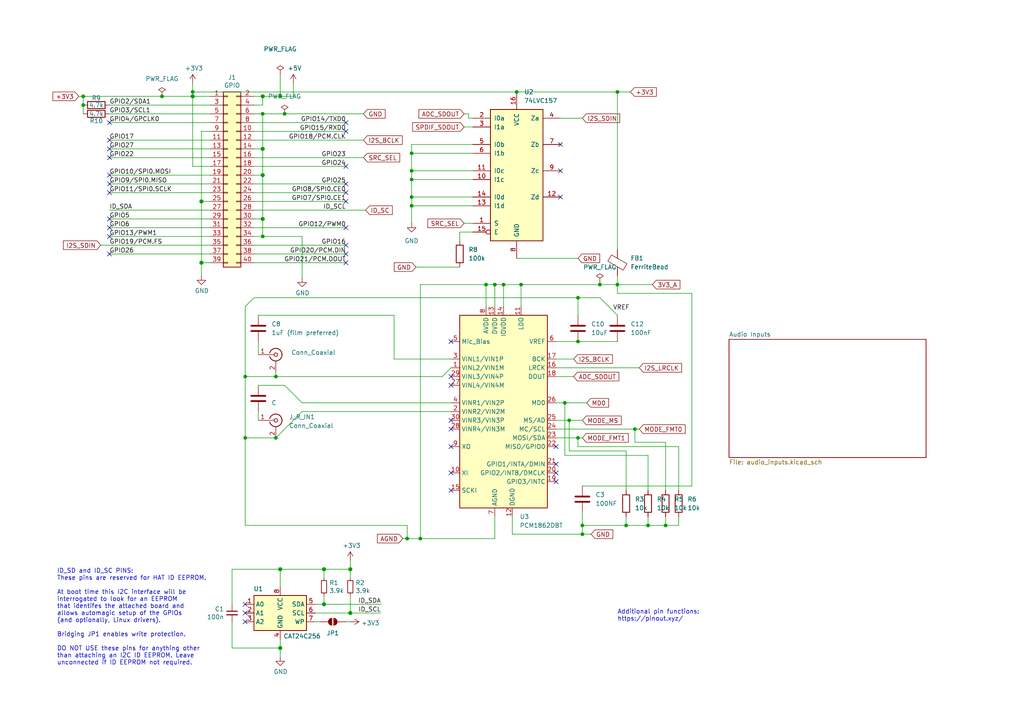
<source format=kicad_sch>
(kicad_sch (version 20250114) (generator "eeschema") (generator_version "9.0")
  (paper "A4")
  (title_block (date "15 nov 2012"))
  (lib_symbols
    (symbol "74xx:74LS157" (pin_names (offset 1.016))
      (property "Reference" "U" (at -7.62 19.05 0))
      (property "Value" "74LS157" (at -7.62 -21.59 0))
      (symbol "74LS157_1_0"
        (pin input line (at -12.7 15.24 0) (length 5.08) (name "I0a") (number "2"))
        (pin input line (at -12.7 12.7 0) (length 5.08) (name "I1a") (number "3"))
        (pin input line (at -12.7 7.62 0) (length 5.08) (name "I0b") (number "5"))
        (pin input line (at -12.7 5.08 0) (length 5.08) (name "I1b") (number "6"))
        (pin input line (at -12.7 0 0) (length 5.08) (name "I0c") (number "11"))
        (pin input line (at -12.7 -2.54 0) (length 5.08) (name "I1c") (number "10"))
        (pin input line (at -12.7 -7.62 0) (length 5.08) (name "I0d") (number "14"))
        (pin input line (at -12.7 -10.16 0) (length 5.08) (name "I1d") (number "13"))
        (pin input line (at -12.7 -15.24 0) (length 5.08) (name "S") (number "1"))
        (pin input inverted (at -12.7 -17.78 0) (length 5.08) (name "E") (number "15"))
        (pin power_in line (at 0 22.86 270) (length 5.08) (name "VCC") (number "16"))
        (pin power_in line (at 0 -25.4 90) (length 5.08) (name "GND") (number "8"))
        (pin output line (at 12.7 15.24 180) (length 5.08) (name "Za") (number "4"))
        (pin output line (at 12.7 7.62 180) (length 5.08) (name "Zb") (number "7"))
        (pin output line (at 12.7 0 180) (length 5.08) (name "Zc") (number "9"))
        (pin output line (at 12.7 -7.62 180) (length 5.08) (name "Zd") (number "12"))
      )
      (symbol "74LS157_1_1"
        (rectangle (start -7.62 17.78) (end 7.62 -20.32) (stroke (width 0.254)) (fill (type background)))
      )
    )
    (symbol "Audio:PCM1862DBT"
      (property "Reference" "U" (at -12.192 29.464 0))
      (property "Value" "PCM1862DBT" (at 7.62 29.464 0))
      (symbol "PCM1862DBT_0_0"
        (pin input line (at -15.24 10.16 0) (length 2.54) (name "VINL3/VIN4P") (number "29"))
        (pin input line (at -15.24 7.62 0) (length 2.54) (name "VINL4/VIN4M") (number "27"))
        (pin input line (at -15.24 -2.54 0) (length 2.54) (name "VINR3/VIN3P") (number "30"))
        (pin input line (at -15.24 -5.08 0) (length 2.54) (name "VINR4/VIN3M") (number "28"))
        (pin input line (at 15.24 2.54 180) (length 2.54) (name "MD0") (number "26"))
        (pin input line (at 15.24 -2.54 180) (length 2.54) (name "MS/AD") (number "25"))
      )
      (symbol "PCM1862DBT_0_1"
        (rectangle (start -12.7 27.94) (end 12.7 -27.94) (stroke (width 0.254)) (fill (type background)))
      )
      (symbol "PCM1862DBT_1_1"
        (pin power_out line (at -15.24 20.32 0) (length 2.54) (name "Mic_Bias") (number "5"))
        (pin input line (at -15.24 15.24 0) (length 2.54) (name "VINL1/VIN1P") (number "3"))
        (pin input line (at -15.24 12.7 0) (length 2.54) (name "VINL2/VIN1M") (number "1"))
        (pin input line (at -15.24 2.54 0) (length 2.54) (name "VINR1/VIN2P") (number "4"))
        (pin input line (at -15.24 0 0) (length 2.54) (name "VINR2/VIN2M") (number "2"))
        (pin output line (at -15.24 -10.16 0) (length 2.54) (name "XO") (number "9"))
        (pin input line (at -15.24 -17.78 0) (length 2.54) (name "XI") (number "10"))
        (pin input line (at -15.24 -22.86 0) (length 2.54) (name "SCKI") (number "15"))
        (pin power_in line (at -5.08 30.48 270) (length 2.54) (name "AVDD") (number "8"))
        (pin power_in line (at -2.54 30.48 270) (length 2.54) (name "DVDD") (number "13"))
        (pin power_in line (at -2.54 -30.48 90) (length 2.54) (name "AGND") (number "7"))
        (pin power_in line (at 0 30.48 270) (length 2.54) (name "IOVDD") (number "14"))
        (pin power_in line (at 2.54 -30.48 90) (length 2.54) (name "DGND") (number "12"))
        (pin power_in line (at 5.08 30.48 270) (length 2.54) (name "LDO") (number "11"))
        (pin power_out line (at 15.24 20.32 180) (length 2.54) (name "VREF") (number "6"))
        (pin bidirectional line (at 15.24 15.24 180) (length 2.54) (name "BCK") (number "17"))
        (pin bidirectional line (at 15.24 12.7 180) (length 2.54) (name "LRCK") (number "16"))
        (pin output line (at 15.24 10.16 180) (length 2.54) (name "DOUT") (number "18"))
        (pin input line (at 15.24 -5.08 180) (length 2.54) (name "MC/SCL") (number "24"))
        (pin bidirectional line (at 15.24 -7.62 180) (length 2.54) (name "MOSI/SDA") (number "23"))
        (pin bidirectional line (at 15.24 -10.16 180) (length 2.54) (name "MISO/GPIO0") (number "22"))
        (pin bidirectional line (at 15.24 -15.24 180) (length 2.54) (name "GPIO1/INTA/DMIN") (number "21"))
        (pin bidirectional line (at 15.24 -17.78 180) (length 2.54) (name "GPIO2/INTB/DMCLK") (number "20"))
        (pin bidirectional line (at 15.24 -20.32 180) (length 2.54) (name "GPIO3/INTC") (number "19"))
      )
    )
    (symbol "Connector:Conn_Coaxial" (pin_names (offset 1.016) (hide yes))
      (property "Reference" "J" (at 0.254 3.048 0))
      (property "Value" "Conn_Coaxial" (at 2.921 0 90))
      (symbol "Conn_Coaxial_0_1"
        (polyline (pts (xy -2.54 0) (xy -0.508 0)))
        (arc (start 1.778 0) (mid 0.222 -1.8079) (end -1.778 -0.508) (stroke (width 0.254)))
        (arc (start -1.778 0.508) (mid 0.2221 1.8084) (end 1.778 0) (stroke (width 0.254)))
        (circle (center 0 0) (radius 0.508) (stroke (width 0.2032)))
        (polyline (pts (xy 0 -2.54) (xy 0 -1.778)))
      )
      (symbol "Conn_Coaxial_1_1"
        (pin passive line (at -5.08 0 0) (length 2.54) (name "In") (number "1"))
        (pin passive line (at 0 -5.08 90) (length 2.54) (name "Ext") (number "2"))
      )
    )
    (symbol "Connector_Generic:Conn_02x20_Odd_Even" (pin_names (offset 1.016) (hide yes))
      (property "Reference" "J" (at 1.27 25.4 0))
      (property "Value" "Conn_02x20_Odd_Even" (at 1.27 -27.94 0))
      (symbol "Conn_02x20_Odd_Even_1_1"
        (rectangle (start -1.27 24.13) (end 3.81 -26.67) (stroke (width 0.254)) (fill (type background)))
        (rectangle (start -1.27 22.987) (end 0 22.733) (stroke (width 0.1524)))
        (rectangle (start -1.27 20.447) (end 0 20.193) (stroke (width 0.1524)))
        (rectangle (start -1.27 17.907) (end 0 17.653) (stroke (width 0.1524)))
        (rectangle (start -1.27 15.367) (end 0 15.113) (stroke (width 0.1524)))
        (rectangle (start -1.27 12.827) (end 0 12.573) (stroke (width 0.1524)))
        (rectangle (start -1.27 10.287) (end 0 10.033) (stroke (width 0.1524)))
        (rectangle (start -1.27 7.747) (end 0 7.493) (stroke (width 0.1524)))
        (rectangle (start -1.27 5.207) (end 0 4.953) (stroke (width 0.1524)))
        (rectangle (start -1.27 2.667) (end 0 2.413) (stroke (width 0.1524)))
        (rectangle (start -1.27 0.127) (end 0 -0.127) (stroke (width 0.1524)))
        (rectangle (start -1.27 -2.413) (end 0 -2.667) (stroke (width 0.1524)))
        (rectangle (start -1.27 -4.953) (end 0 -5.207) (stroke (width 0.1524)))
        (rectangle (start -1.27 -7.493) (end 0 -7.747) (stroke (width 0.1524)))
        (rectangle (start -1.27 -10.033) (end 0 -10.287) (stroke (width 0.1524)))
        (rectangle (start -1.27 -12.573) (end 0 -12.827) (stroke (width 0.1524)))
        (rectangle (start -1.27 -15.113) (end 0 -15.367) (stroke (width 0.1524)))
        (rectangle (start -1.27 -17.653) (end 0 -17.907) (stroke (width 0.1524)))
        (rectangle (start -1.27 -20.193) (end 0 -20.447) (stroke (width 0.1524)))
        (rectangle (start -1.27 -22.733) (end 0 -22.987) (stroke (width 0.1524)))
        (rectangle (start -1.27 -25.273) (end 0 -25.527) (stroke (width 0.1524)))
        (rectangle (start 3.81 22.987) (end 2.54 22.733) (stroke (width 0.1524)))
        (rectangle (start 3.81 20.447) (end 2.54 20.193) (stroke (width 0.1524)))
        (rectangle (start 3.81 17.907) (end 2.54 17.653) (stroke (width 0.1524)))
        (rectangle (start 3.81 15.367) (end 2.54 15.113) (stroke (width 0.1524)))
        (rectangle (start 3.81 12.827) (end 2.54 12.573) (stroke (width 0.1524)))
        (rectangle (start 3.81 10.287) (end 2.54 10.033) (stroke (width 0.1524)))
        (rectangle (start 3.81 7.747) (end 2.54 7.493) (stroke (width 0.1524)))
        (rectangle (start 3.81 5.207) (end 2.54 4.953) (stroke (width 0.1524)))
        (rectangle (start 3.81 2.667) (end 2.54 2.413) (stroke (width 0.1524)))
        (rectangle (start 3.81 0.127) (end 2.54 -0.127) (stroke (width 0.1524)))
        (rectangle (start 3.81 -2.413) (end 2.54 -2.667) (stroke (width 0.1524)))
        (rectangle (start 3.81 -4.953) (end 2.54 -5.207) (stroke (width 0.1524)))
        (rectangle (start 3.81 -7.493) (end 2.54 -7.747) (stroke (width 0.1524)))
        (rectangle (start 3.81 -10.033) (end 2.54 -10.287) (stroke (width 0.1524)))
        (rectangle (start 3.81 -12.573) (end 2.54 -12.827) (stroke (width 0.1524)))
        (rectangle (start 3.81 -15.113) (end 2.54 -15.367) (stroke (width 0.1524)))
        (rectangle (start 3.81 -17.653) (end 2.54 -17.907) (stroke (width 0.1524)))
        (rectangle (start 3.81 -20.193) (end 2.54 -20.447) (stroke (width 0.1524)))
        (rectangle (start 3.81 -22.733) (end 2.54 -22.987) (stroke (width 0.1524)))
        (rectangle (start 3.81 -25.273) (end 2.54 -25.527) (stroke (width 0.1524)))
        (pin passive line (at -5.08 22.86 0) (length 3.81) (name "Pin_1") (number "1"))
        (pin passive line (at -5.08 20.32 0) (length 3.81) (name "Pin_3") (number "3"))
        (pin passive line (at -5.08 17.78 0) (length 3.81) (name "Pin_5") (number "5"))
        (pin passive line (at -5.08 15.24 0) (length 3.81) (name "Pin_7") (number "7"))
        (pin passive line (at -5.08 12.7 0) (length 3.81) (name "Pin_9") (number "9"))
        (pin passive line (at -5.08 10.16 0) (length 3.81) (name "Pin_11") (number "11"))
        (pin passive line (at -5.08 7.62 0) (length 3.81) (name "Pin_13") (number "13"))
        (pin passive line (at -5.08 5.08 0) (length 3.81) (name "Pin_15") (number "15"))
        (pin passive line (at -5.08 2.54 0) (length 3.81) (name "Pin_17") (number "17"))
        (pin passive line (at -5.08 0 0) (length 3.81) (name "Pin_19") (number "19"))
        (pin passive line (at -5.08 -2.54 0) (length 3.81) (name "Pin_21") (number "21"))
        (pin passive line (at -5.08 -5.08 0) (length 3.81) (name "Pin_23") (number "23"))
        (pin passive line (at -5.08 -7.62 0) (length 3.81) (name "Pin_25") (number "25"))
        (pin passive line (at -5.08 -10.16 0) (length 3.81) (name "Pin_27") (number "27"))
        (pin passive line (at -5.08 -12.7 0) (length 3.81) (name "Pin_29") (number "29"))
        (pin passive line (at -5.08 -15.24 0) (length 3.81) (name "Pin_31") (number "31"))
        (pin passive line (at -5.08 -17.78 0) (length 3.81) (name "Pin_33") (number "33"))
        (pin passive line (at -5.08 -20.32 0) (length 3.81) (name "Pin_35") (number "35"))
        (pin passive line (at -5.08 -22.86 0) (length 3.81) (name "Pin_37") (number "37"))
        (pin passive line (at -5.08 -25.4 0) (length 3.81) (name "Pin_39") (number "39"))
        (pin passive line (at 7.62 22.86 180) (length 3.81) (name "Pin_2") (number "2"))
        (pin passive line (at 7.62 20.32 180) (length 3.81) (name "Pin_4") (number "4"))
        (pin passive line (at 7.62 17.78 180) (length 3.81) (name "Pin_6") (number "6"))
        (pin passive line (at 7.62 15.24 180) (length 3.81) (name "Pin_8") (number "8"))
        (pin passive line (at 7.62 12.7 180) (length 3.81) (name "Pin_10") (number "10"))
        (pin passive line (at 7.62 10.16 180) (length 3.81) (name "Pin_12") (number "12"))
        (pin passive line (at 7.62 7.62 180) (length 3.81) (name "Pin_14") (number "14"))
        (pin passive line (at 7.62 5.08 180) (length 3.81) (name "Pin_16") (number "16"))
        (pin passive line (at 7.62 2.54 180) (length 3.81) (name "Pin_18") (number "18"))
        (pin passive line (at 7.62 0 180) (length 3.81) (name "Pin_20") (number "20"))
        (pin passive line (at 7.62 -2.54 180) (length 3.81) (name "Pin_22") (number "22"))
        (pin passive line (at 7.62 -5.08 180) (length 3.81) (name "Pin_24") (number "24"))
        (pin passive line (at 7.62 -7.62 180) (length 3.81) (name "Pin_26") (number "26"))
        (pin passive line (at 7.62 -10.16 180) (length 3.81) (name "Pin_28") (number "28"))
        (pin passive line (at 7.62 -12.7 180) (length 3.81) (name "Pin_30") (number "30"))
        (pin passive line (at 7.62 -15.24 180) (length 3.81) (name "Pin_32") (number "32"))
        (pin passive line (at 7.62 -17.78 180) (length 3.81) (name "Pin_34") (number "34"))
        (pin passive line (at 7.62 -20.32 180) (length 3.81) (name "Pin_36") (number "36"))
        (pin passive line (at 7.62 -22.86 180) (length 3.81) (name "Pin_38") (number "38"))
        (pin passive line (at 7.62 -25.4 180) (length 3.81) (name "Pin_40") (number "40"))
      )
    )
    (symbol "Device:C" (pin_numbers (hide yes)) (pin_names (offset 0.254))
      (property "Reference" "C" (at 0.635 2.54 0))
      (property "Value" "C" (at 0.635 -2.54 0))
      (symbol "C_0_1"
        (polyline (pts (xy -2.032 0.762) (xy 2.032 0.762)) (stroke (width 0.508)))
        (polyline (pts (xy -2.032 -0.762) (xy 2.032 -0.762)) (stroke (width 0.508)))
      )
      (symbol "C_1_1"
        (pin passive line (at 0 3.81 270) (length 2.794) (name "~") (number "1"))
        (pin passive line (at 0 -3.81 90) (length 2.794) (name "~") (number "2"))
      )
    )
    (symbol "Device:C_Small" (pin_numbers (hide yes)) (pin_names (offset 0.254) (hide yes))
      (property "Reference" "C" (at 0.254 1.778 0))
      (property "Value" "C_Small" (at 0.254 -2.032 0))
      (symbol "C_Small_0_1"
        (polyline (pts (xy -1.524 0.508) (xy 1.524 0.508)) (stroke (width 0.3048)))
        (polyline (pts (xy -1.524 -0.508) (xy 1.524 -0.508)) (stroke (width 0.3302)))
      )
      (symbol "C_Small_1_1"
        (pin passive line (at 0 2.54 270) (length 2.032) (name "~") (number "1"))
        (pin passive line (at 0 -2.54 90) (length 2.032) (name "~") (number "2"))
      )
    )
    (symbol "Device:FerriteBead" (pin_numbers (hide yes)) (pin_names (offset 0))
      (property "Reference" "FB" (at -3.81 0.635 90))
      (property "Value" "FerriteBead" (at 3.81 0 90))
      (symbol "FerriteBead_0_1"
        (polyline (pts (xy -2.7686 0.4064) (xy -1.7018 2.2606) (xy 2.7686 -0.3048) (xy 1.6764 -2.159) (xy -2.7686 0.4064)))
        (polyline (pts (xy 0 1.27) (xy 0 1.2954)))
        (polyline (pts (xy 0 -1.27) (xy 0 -1.2192)))
      )
      (symbol "FerriteBead_1_1"
        (pin passive line (at 0 3.81 270) (length 2.54) (name "~") (number "1"))
        (pin passive line (at 0 -3.81 90) (length 2.54) (name "~") (number "2"))
      )
    )
    (symbol "Device:R" (pin_numbers (hide yes)) (pin_names (offset 0))
      (property "Reference" "R" (at 2.032 0 90))
      (property "Value" "R" (at 0 0 90))
      (symbol "R_0_1"
        (rectangle (start -1.016 -2.54) (end 1.016 2.54) (stroke (width 0.254)))
      )
      (symbol "R_1_1"
        (pin passive line (at 0 3.81 270) (length 1.27) (name "~") (number "1"))
        (pin passive line (at 0 -3.81 90) (length 1.27) (name "~") (number "2"))
      )
    )
    (symbol "Device:R_Small" (pin_numbers (hide yes)) (pin_names (offset 0.254) (hide yes))
      (property "Reference" "R" (at 0.762 0.508 0))
      (property "Value" "R_Small" (at 0.762 -1.016 0))
      (symbol "R_Small_0_1"
        (rectangle (start -0.762 1.778) (end 0.762 -1.778) (stroke (width 0.2032)))
      )
      (symbol "R_Small_1_1"
        (pin passive line (at 0 2.54 270) (length 0.762) (name "~") (number "1"))
        (pin passive line (at 0 -2.54 90) (length 0.762) (name "~") (number "2"))
      )
    )
    (symbol "Jumper:SolderJumper_2_Open" (pin_numbers (hide yes)) (pin_names (offset 0) (hide yes)) (exclude_from_sim yes) (in_bom no)
      (property "Reference" "JP" (at 0 2.032 0))
      (property "Value" "SolderJumper_2_Open" (at 0 -2.54 0))
      (symbol "SolderJumper_2_Open_0_1"
        (polyline (pts (xy -0.254 1.016) (xy -0.254 -1.016)))
        (arc (start -0.254 -1.016) (mid -1.2656 0) (end -0.254 1.016))
        (arc (start -0.254 -1.016) (mid -1.2656 0) (end -0.254 1.016) (fill (type outline)))
        (arc (start 0.254 1.016) (mid 1.2656 0) (end 0.254 -1.016))
        (arc (start 0.254 1.016) (mid 1.2656 0) (end 0.254 -1.016) (fill (type outline)))
        (polyline (pts (xy 0.254 1.016) (xy 0.254 -1.016)))
      )
      (symbol "SolderJumper_2_Open_1_1"
        (pin passive line (at -3.81 0 0) (length 2.54) (name "A") (number "1"))
        (pin passive line (at 3.81 0 180) (length 2.54) (name "B") (number "2"))
      )
    )
    (symbol "Memory_EEPROM:CAT24C256"
      (property "Reference" "U" (at -6.35 6.35 0))
      (property "Value" "CAT24C256" (at 1.27 6.35 0))
      (symbol "CAT24C256_1_1"
        (rectangle (start -7.62 5.08) (end 7.62 -5.08) (stroke (width 0.254)) (fill (type background)))
        (pin input line (at -10.16 2.54 0) (length 2.54) (name "A0") (number "1"))
        (pin input line (at -10.16 0 0) (length 2.54) (name "A1") (number "2"))
        (pin input line (at -10.16 -2.54 0) (length 2.54) (name "A2") (number "3"))
        (pin power_in line (at 0 7.62 270) (length 2.54) (name "VCC") (number "8"))
        (pin power_in line (at 0 -7.62 90) (length 2.54) (name "GND") (number "4"))
        (pin bidirectional line (at 10.16 2.54 180) (length 2.54) (name "SDA") (number "5"))
        (pin input line (at 10.16 0 180) (length 2.54) (name "SCL") (number "6"))
        (pin input line (at 10.16 -2.54 180) (length 2.54) (name "WP") (number "7"))
      )
    )
    (symbol "power:+3.3V" (power) (pin_numbers (hide yes)) (pin_names (offset 0) (hide yes))
      (property "Value" "+3.3V" (at 0 3.556 0))
      (symbol "+3.3V_0_1"
        (polyline (pts (xy -0.762 1.27) (xy 0 2.54)))
        (polyline (pts (xy 0 2.54) (xy 0.762 1.27)))
        (polyline (pts (xy 0 0) (xy 0 2.54)))
      )
      (symbol "+3.3V_1_1"
        (pin power_in line (at 0 0 90) (length 0) (name "~") (number "1"))
      )
    )
    (symbol "power:+5V" (power) (pin_numbers (hide yes)) (pin_names (offset 0) (hide yes))
      (property "Value" "+5V" (at 0 3.556 0))
      (symbol "+5V_0_1"
        (polyline (pts (xy -0.762 1.27) (xy 0 2.54)))
        (polyline (pts (xy 0 2.54) (xy 0.762 1.27)))
        (polyline (pts (xy 0 0) (xy 0 2.54)))
      )
      (symbol "+5V_1_1"
        (pin power_in line (at 0 0 90) (length 0) (name "~") (number "1"))
      )
    )
    (symbol "power:GND" (power) (pin_numbers (hide yes)) (pin_names (offset 0) (hide yes))
      (property "Value" "GND" (at 0 -3.81 0))
      (symbol "GND_0_1"
        (polyline (pts (xy 0 0) (xy 0 -1.27) (xy 1.27 -1.27) (xy 0 -2.54) (xy -1.27 -1.27) (xy 0 -1.27)))
      )
      (symbol "GND_1_1"
        (pin power_in line (at 0 0 270) (length 0) (name "~") (number "1"))
      )
    )
    (symbol "power:PWR_FLAG" (power) (pin_numbers (hide yes)) (pin_names (offset 0) (hide yes))
      (property "Value" "PWR_FLAG" (at 0 3.81 0))
      (symbol "PWR_FLAG_0_0"
        (pin power_out line (at 0 0 90) (length 0) (name "~") (number "1"))
      )
      (symbol "PWR_FLAG_0_1"
        (polyline (pts (xy 0 0) (xy 0 1.27) (xy -1.016 1.905) (xy 0 2.54) (xy 1.016 1.905) (xy 0 1.27)))
      )
    )
  )
  (text "Additional pin functions:\nhttps://pinout.xyz/" (at 179.07 180.34 0) (effects (font (size 1.27 1.27)) (justify left bottom)))
  (text "ID_SD and ID_SC PINS:\nThese pins are reserved for HAT ID EEPROM.\n\nAt boot time this I2C interface will be\ninterrogated to look for an EEPROM\nthat identifes the attached board and\nallows automagic setup of the GPIOs\n(and optionally, Linux drivers).\n\nBridging JP1 enables write protection.\n\nDO NOT USE these pins for anything other\nthan attaching an I2C ID EEPROM. Leave\nunconnected if ID EEPROM not required." (at 16.51 193.04 0) (effects (font (size 1.27 1.27)) (justify left bottom)))
  (junction (at 93.98 175.26) (diameter 1.016))
  (junction (at 76.2 27.94) (diameter 1.016))
  (junction (at 187.96 152.4))
  (junction (at 81.28 187.96) (diameter 1.016))
  (junction (at 179.07 82.55))
  (junction (at 76.2 43.18) (diameter 1.016))
  (junction (at 81.28 165.1) (diameter 1.016))
  (junction (at 184.15 124.46))
  (junction (at 146.05 82.55))
  (junction (at 118.11 156.21))
  (junction (at 165.1 121.92))
  (junction (at 121.92 156.21))
  (junction (at 101.6 165.1) (diameter 1.016))
  (junction (at 119.38 59.69))
  (junction (at 163.83 116.84))
  (junction (at 119.38 44.45))
  (junction (at 119.38 49.53))
  (junction (at 168.91 154.94))
  (junction (at 58.42 76.2) (diameter 1.016))
  (junction (at 149.86 26.67))
  (junction (at 151.13 82.55))
  (junction (at 119.38 57.15))
  (junction (at 55.88 26.67))
  (junction (at 58.42 58.42) (diameter 1.016))
  (junction (at 71.12 127))
  (junction (at 168.91 152.4))
  (junction (at 143.51 82.55))
  (junction (at 140.97 82.55))
  (junction (at 119.38 52.07))
  (junction (at 179.07 26.67))
  (junction (at 80.01 109.22))
  (junction (at 80.01 127))
  (junction (at 24.13 30.48))
  (junction (at 81.28 27.94))
  (junction (at 167.64 127))
  (junction (at 193.04 152.4))
  (junction (at 76.2 63.5) (diameter 1.016))
  (junction (at 181.61 152.4))
  (junction (at 76.2 50.8) (diameter 1.016))
  (junction (at 173.99 82.55))
  (junction (at 46.99 27.94))
  (junction (at 101.6 177.8) (diameter 1.016))
  (junction (at 82.55 33.02))
  (junction (at 76.2 33.02))
  (junction (at 167.64 86.36))
  (junction (at 24.13 27.94))
  (junction (at 167.64 99.06))
  (junction (at 71.12 109.22))
  (junction (at 76.2 68.58))
  (junction (at 55.88 27.94) (diameter 1.016))
  (junction (at 93.98 165.1) (diameter 1.016))
  (no_connect (at 71.12 175.26))
  (no_connect (at 71.12 177.8))
  (no_connect (at 71.12 180.34))
  (no_connect (at 100.33 53.34))
  (no_connect (at 100.33 76.2))
  (no_connect (at 31.75 55.88))
  (no_connect (at 100.33 38.1))
  (no_connect (at 31.75 35.56))
  (no_connect (at 31.75 50.8))
  (no_connect (at 130.81 99.06))
  (no_connect (at 130.81 111.76))
  (no_connect (at 162.56 49.53))
  (no_connect (at 161.29 129.54))
  (no_connect (at 161.29 134.62))
  (no_connect (at 100.33 73.66))
  (no_connect (at 100.33 71.12))
  (no_connect (at 130.81 124.46))
  (no_connect (at 31.75 45.72))
  (no_connect (at 31.75 43.18))
  (no_connect (at 100.33 35.56))
  (no_connect (at 31.75 63.5))
  (no_connect (at 161.29 137.16))
  (no_connect (at 100.33 66.04))
  (no_connect (at 130.81 142.24))
  (no_connect (at 31.75 73.66))
  (no_connect (at 100.33 48.26))
  (no_connect (at 162.56 41.91))
  (no_connect (at 100.33 58.42))
  (no_connect (at 31.75 53.34))
  (no_connect (at 31.75 40.64))
  (no_connect (at 100.33 55.88))
  (no_connect (at 130.81 121.92))
  (no_connect (at 130.81 137.16))
  (no_connect (at 162.56 57.15))
  (no_connect (at 161.29 139.7))
  (no_connect (at 31.75 68.58))
  (no_connect (at 130.81 129.54))
  (no_connect (at 130.81 109.22))
  (no_connect (at 31.75 66.04))
  (wire (pts (xy 24.13 27.94) (xy 24.13 30.48)))
  (wire (pts (xy 161.29 127) (xy 167.64 127)))
  (wire (pts (xy 146.05 82.55) (xy 146.05 88.9)))
  (wire (pts (xy 58.42 58.42) (xy 58.42 76.2)))
  (wire (pts (xy 73.66 58.42) (xy 100.33 58.42)))
  (wire (pts (xy 165.1 130.81) (xy 181.61 130.81)))
  (wire (pts (xy 119.38 52.07) (xy 119.38 57.15)))
  (wire (pts (xy 179.07 72.39) (xy 179.07 26.67)))
  (wire (pts (xy 74.93 91.44) (xy 114.3 91.44)))
  (wire (pts (xy 22.86 27.94) (xy 24.13 27.94)))
  (wire (pts (xy 60.96 40.64) (xy 31.75 40.64)))
  (wire (pts (xy 81.28 165.1) (xy 93.98 165.1)))
  (wire (pts (xy 101.6 165.1) (xy 93.98 165.1)))
  (wire (pts (xy 101.6 167.64) (xy 101.6 165.1)))
  (wire (pts (xy 167.64 127) (xy 168.91 127)))
  (wire (pts (xy 161.29 104.14) (xy 166.37 104.14)))
  (wire (pts (xy 168.91 148.59) (xy 168.91 152.4)))
  (wire (pts (xy 133.35 67.31) (xy 137.16 67.31)))
  (wire (pts (xy 148.59 149.86) (xy 148.59 154.94)))
  (wire (pts (xy 76.2 33.02) (xy 76.2 43.18)))
  (wire (pts (xy 151.13 82.55) (xy 173.99 82.55)))
  (wire (pts (xy 140.97 82.55) (xy 143.51 82.55)))
  (wire (pts (xy 76.2 50.8) (xy 73.66 50.8)))
  (wire (pts (xy 87.63 68.58) (xy 87.63 80.645)))
  (wire (pts (xy 55.88 26.67) (xy 55.88 27.94)))
  (wire (pts (xy 118.11 156.21) (xy 121.92 156.21)))
  (wire (pts (xy 74.93 99.06) (xy 74.93 102.87)))
  (wire (pts (xy 76.2 63.5) (xy 76.2 68.58)))
  (wire (pts (xy 167.64 99.06) (xy 179.07 99.06)))
  (wire (pts (xy 179.07 80.01) (xy 179.07 82.55)))
  (wire (pts (xy 118.11 152.4) (xy 118.11 156.21)))
  (wire (pts (xy 24.13 30.48) (xy 24.13 33.02)))
  (wire (pts (xy 114.3 104.14) (xy 130.81 104.14)))
  (wire (pts (xy 173.99 82.55) (xy 179.07 82.55)))
  (wire (pts (xy 181.61 149.86) (xy 181.61 152.4)))
  (wire (pts (xy 119.38 57.15) (xy 137.16 57.15)))
  (wire (pts (xy 31.75 60.96) (xy 60.96 60.96)))
  (wire (pts (xy 162.56 34.29) (xy 168.91 34.29)))
  (wire (pts (xy 76.2 50.8) (xy 76.2 63.5)))
  (wire (pts (xy 73.66 35.56) (xy 100.33 35.56)))
  (wire (pts (xy 149.86 26.67) (xy 179.07 26.67)))
  (wire (pts (xy 58.42 38.1) (xy 58.42 58.42)))
  (wire (pts (xy 91.44 175.26) (xy 93.98 175.26)))
  (wire (pts (xy 93.98 175.26) (xy 110.49 175.26)))
  (wire (pts (xy 134.62 64.77) (xy 137.16 64.77)))
  (wire (pts (xy 121.92 82.55) (xy 140.97 82.55)))
  (wire (pts (xy 58.42 38.1) (xy 60.96 38.1)))
  (wire (pts (xy 91.44 180.34) (xy 92.71 180.34)))
  (wire (pts (xy 100.33 180.34) (xy 101.6 180.34)))
  (wire (pts (xy 73.66 55.88) (xy 100.33 55.88)))
  (wire (pts (xy 196.85 152.4) (xy 193.04 152.4)))
  (wire (pts (xy 55.88 26.67) (xy 149.86 26.67)))
  (wire (pts (xy 76.2 43.18) (xy 76.2 50.8)))
  (wire (pts (xy 46.99 27.94) (xy 55.88 27.94)))
  (wire (pts (xy 31.75 63.5) (xy 60.96 63.5)))
  (wire (pts (xy 179.07 82.55) (xy 179.07 85.09)))
  (wire (pts (xy 58.42 58.42) (xy 60.96 58.42)))
  (wire (pts (xy 101.6 162.56) (xy 101.6 165.1)))
  (wire (pts (xy 161.29 99.06) (xy 167.64 99.06)))
  (wire (pts (xy 81.28 165.1) (xy 81.28 170.18)))
  (wire (pts (xy 196.85 129.54) (xy 196.85 142.24)))
  (wire (pts (xy 119.38 49.53) (xy 137.16 49.53)))
  (wire (pts (xy 119.38 57.15) (xy 119.38 59.69)))
  (wire (pts (xy 151.13 82.55) (xy 151.13 88.9)))
  (wire (pts (xy 167.64 127) (xy 167.64 129.54)))
  (wire (pts (xy 73.66 60.96) (xy 106.045 60.96)))
  (wire (pts (xy 193.04 128.27) (xy 193.04 142.24)))
  (wire (pts (xy 119.38 44.45) (xy 119.38 49.53)))
  (wire (pts (xy 73.66 76.2) (xy 100.33 76.2)))
  (wire (pts (xy 58.42 76.2) (xy 58.42 80.01)))
  (wire (pts (xy 31.75 43.18) (xy 60.96 43.18)))
  (wire (pts (xy 101.6 172.72) (xy 101.6 177.8)))
  (wire (pts (xy 168.91 152.4) (xy 168.91 154.94)))
  (wire (pts (xy 163.83 116.84) (xy 170.18 116.84)))
  (wire (pts (xy 85.09 27.94) (xy 81.28 27.94)))
  (wire (pts (xy 200.66 140.97) (xy 168.91 140.97)))
  (wire (pts (xy 114.3 91.44) (xy 114.3 104.14)))
  (wire (pts (xy 181.61 130.81) (xy 181.61 142.24)))
  (wire (pts (xy 76.2 68.58) (xy 73.66 68.58)))
  (wire (pts (xy 134.62 36.83) (xy 137.16 36.83)))
  (wire (pts (xy 31.75 33.02) (xy 60.96 33.02)))
  (wire (pts (xy 173.99 81.915) (xy 173.99 82.55)))
  (wire (pts (xy 71.12 88.9) (xy 71.12 109.22)))
  (wire (pts (xy 73.66 86.36) (xy 71.12 88.9)))
  (wire (pts (xy 121.92 82.55) (xy 121.92 156.21)))
  (wire (pts (xy 31.75 55.88) (xy 60.96 55.88)))
  (wire (pts (xy 55.88 48.26) (xy 60.96 48.26)))
  (wire (pts (xy 55.88 24.13) (xy 55.88 26.67)))
  (wire (pts (xy 60.96 30.48) (xy 31.75 30.48)))
  (wire (pts (xy 146.05 82.55) (xy 151.13 82.55)))
  (wire (pts (xy 140.97 88.9) (xy 140.97 82.55)))
  (wire (pts (xy 76.2 27.94) (xy 76.2 30.48)))
  (wire (pts (xy 119.38 41.91) (xy 119.38 44.45)))
  (wire (pts (xy 119.38 44.45) (xy 137.16 44.45)))
  (wire (pts (xy 135.89 33.02) (xy 135.89 34.29)))
  (wire (pts (xy 173.99 86.36) (xy 179.07 91.44)))
  (wire (pts (xy 73.66 40.64) (xy 105.41 40.64)))
  (wire (pts (xy 167.64 86.36) (xy 173.99 86.36)))
  (wire (pts (xy 76.2 43.18) (xy 73.66 43.18)))
  (wire (pts (xy 71.12 109.22) (xy 80.01 109.22)))
  (wire (pts (xy 119.38 59.69) (xy 137.16 59.69)))
  (wire (pts (xy 85.09 24.13) (xy 85.09 27.94)))
  (wire (pts (xy 74.93 119.38) (xy 74.93 121.92)))
  (wire (pts (xy 130.81 119.38) (xy 87.63 119.38)))
  (wire (pts (xy 31.75 35.56) (xy 60.96 35.56)))
  (wire (pts (xy 93.98 165.1) (xy 93.98 167.64)))
  (wire (pts (xy 187.96 132.08) (xy 187.96 142.24)))
  (wire (pts (xy 184.15 124.46) (xy 184.15 128.27)))
  (wire (pts (xy 76.2 27.94) (xy 73.66 27.94)))
  (wire (pts (xy 55.88 27.94) (xy 55.88 48.26)))
  (wire (pts (xy 73.66 48.26) (xy 100.33 48.26)))
  (wire (pts (xy 179.07 85.09) (xy 200.66 85.09)))
  (wire (pts (xy 167.64 129.54) (xy 196.85 129.54)))
  (wire (pts (xy 73.66 38.1) (xy 100.33 38.1)))
  (wire (pts (xy 93.98 172.72) (xy 93.98 175.26)))
  (wire (pts (xy 91.44 177.8) (xy 101.6 177.8)))
  (wire (pts (xy 101.6 177.8) (xy 110.49 177.8)))
  (wire (pts (xy 163.83 132.08) (xy 187.96 132.08)))
  (wire (pts (xy 148.59 154.94) (xy 168.91 154.94)))
  (wire (pts (xy 119.38 41.91) (xy 137.16 41.91)))
  (wire (pts (xy 31.75 45.72) (xy 60.96 45.72)))
  (wire (pts (xy 31.75 53.34) (xy 60.96 53.34)))
  (wire (pts (xy 74.93 111.76) (xy 82.55 111.76)))
  (wire (pts (xy 71.12 109.22) (xy 71.12 127)))
  (wire (pts (xy 143.51 82.55) (xy 143.51 88.9)))
  (wire (pts (xy 71.12 152.4) (xy 118.11 152.4)))
  (wire (pts (xy 187.96 152.4) (xy 181.61 152.4)))
  (wire (pts (xy 193.04 152.4) (xy 187.96 152.4)))
  (wire (pts (xy 31.75 66.04) (xy 60.96 66.04)))
  (wire (pts (xy 168.91 152.4) (xy 181.61 152.4)))
  (wire (pts (xy 76.2 30.48) (xy 73.66 30.48)))
  (wire (pts (xy 87.63 68.58) (xy 76.2 68.58)))
  (wire (pts (xy 184.15 128.27) (xy 193.04 128.27)))
  (wire (pts (xy 143.51 149.86) (xy 143.51 156.21)))
  (wire (pts (xy 179.07 82.55) (xy 189.23 82.55)))
  (wire (pts (xy 196.85 149.86) (xy 196.85 152.4)))
  (wire (pts (xy 81.28 27.94) (xy 76.2 27.94)))
  (wire (pts (xy 24.13 27.94) (xy 46.99 27.94)))
  (wire (pts (xy 135.89 34.29) (xy 137.16 34.29)))
  (wire (pts (xy 73.66 71.12) (xy 100.33 71.12)))
  (wire (pts (xy 81.28 21.59) (xy 81.28 27.94)))
  (wire (pts (xy 73.66 66.04) (xy 100.33 66.04)))
  (wire (pts (xy 133.35 67.31) (xy 133.35 69.85)))
  (wire (pts (xy 58.42 76.2) (xy 60.96 76.2)))
  (wire (pts (xy 73.66 73.66) (xy 100.33 73.66)))
  (wire (pts (xy 187.96 149.86) (xy 187.96 152.4)))
  (wire (pts (xy 76.2 33.02) (xy 73.66 33.02)))
  (wire (pts (xy 31.75 73.66) (xy 60.96 73.66)))
  (wire (pts (xy 149.86 74.93) (xy 167.64 74.93)))
  (wire (pts (xy 163.83 116.84) (xy 163.83 132.08)))
  (wire (pts (xy 120.65 77.47) (xy 133.35 77.47)))
  (wire (pts (xy 116.84 156.21) (xy 118.11 156.21)))
  (wire (pts (xy 161.29 121.92) (xy 165.1 121.92)))
  (wire (pts (xy 161.29 109.22) (xy 166.37 109.22)))
  (wire (pts (xy 29.21 71.12) (xy 60.96 71.12)))
  (wire (pts (xy 67.31 165.1) (xy 67.31 175.26)))
  (wire (pts (xy 67.31 180.34) (xy 67.31 187.96)))
  (wire (pts (xy 67.31 187.96) (xy 81.28 187.96)))
  (wire (pts (xy 81.28 165.1) (xy 67.31 165.1)))
  (wire (pts (xy 82.55 33.02) (xy 105.41 33.02)))
  (wire (pts (xy 167.64 86.36) (xy 167.64 91.44)))
  (wire (pts (xy 81.28 185.42) (xy 81.28 187.96)))
  (wire (pts (xy 81.28 187.96) (xy 81.28 190.5)))
  (wire (pts (xy 87.63 116.84) (xy 130.81 116.84)))
  (wire (pts (xy 76.2 33.02) (xy 82.55 33.02)))
  (wire (pts (xy 73.66 53.34) (xy 100.33 53.34)))
  (wire (pts (xy 60.96 68.58) (xy 31.75 68.58)))
  (wire (pts (xy 73.66 45.72) (xy 105.41 45.72)))
  (wire (pts (xy 165.1 121.92) (xy 165.1 130.81)))
  (wire (pts (xy 161.29 106.68) (xy 185.42 106.68)))
  (wire (pts (xy 161.29 124.46) (xy 184.15 124.46)))
  (wire (pts (xy 193.04 149.86) (xy 193.04 152.4)))
  (wire (pts (xy 119.38 49.53) (xy 119.38 52.07)))
  (wire (pts (xy 143.51 82.55) (xy 146.05 82.55)))
  (wire (pts (xy 76.2 63.5) (xy 73.66 63.5)))
  (wire (pts (xy 182.88 26.67) (xy 179.07 26.67)))
  (wire (pts (xy 134.62 33.02) (xy 135.89 33.02)))
  (wire (pts (xy 80.01 107.95) (xy 80.01 109.22)))
  (wire (pts (xy 82.55 111.76) (xy 87.63 116.84)))
  (wire (pts (xy 119.38 52.07) (xy 137.16 52.07)))
  (wire (pts (xy 55.88 27.94) (xy 60.96 27.94)))
  (wire (pts (xy 121.92 156.21) (xy 143.51 156.21)))
  (wire (pts (xy 119.38 59.69) (xy 119.38 64.77)))
  (wire (pts (xy 73.66 86.36) (xy 167.64 86.36)))
  (wire (pts (xy 128.27 109.22) (xy 130.81 106.68)))
  (wire (pts (xy 200.66 85.09) (xy 200.66 140.97)))
  (wire (pts (xy 168.91 154.94) (xy 171.45 154.94)))
  (wire (pts (xy 71.12 127) (xy 80.01 127)))
  (wire (pts (xy 161.29 116.84) (xy 163.83 116.84)))
  (wire (pts (xy 87.63 119.38) (xy 80.01 127)))
  (wire (pts (xy 60.96 50.8) (xy 31.75 50.8)))
  (wire (pts (xy 165.1 121.92) (xy 168.91 121.92)))
  (wire (pts (xy 80.01 109.22) (xy 128.27 109.22)))
  (wire (pts (xy 71.12 127) (xy 71.12 152.4)))
  (wire (pts (xy 184.15 124.46) (xy 185.42 124.46)))
  (label "GPIO6" (at 31.75 66.04 0))
  (label "ID_SDA" (at 110.49 175.26 180))
  (label "ID_SCL" (at 100.33 60.96 180))
  (label "GPIO5" (at 31.75 63.5 0))
  (label "GPIO21{slash}PCM.DOUT" (at 100.33 76.2 180))
  (label "GPIO19{slash}PCM.FS" (at 31.75 71.12 0))
  (label "GPIO10{slash}SPI0.MOSI" (at 31.75 50.8 0))
  (label "GPIO9{slash}SPI0.MISO" (at 31.75 53.34 0))
  (label "VREF" (at 177.8 90.17 0))
  (label "GPIO23" (at 100.33 45.72 180))
  (label "ID_SDA" (at 31.75 60.96 0))
  (label "GPIO4{slash}GPCLK0" (at 31.75 35.56 0))
  (label "GPIO27" (at 31.75 43.18 0))
  (label "GPIO26" (at 31.75 73.66 0))
  (label "GPIO14{slash}TXD0" (at 100.33 35.56 180))
  (label "GPIO8{slash}SPI0.CE0" (at 100.33 55.88 180))
  (label "GPIO15{slash}RXD0" (at 100.33 38.1 180))
  (label "GPIO16" (at 100.33 71.12 180))
  (label "GPIO22" (at 31.75 45.72 0))
  (label "GPIO2{slash}SDA1" (at 31.75 30.48 0))
  (label "GPIO17" (at 31.75 40.64 0))
  (label "GPIO25" (at 100.33 53.34 180))
  (label "GPIO3{slash}SCL1" (at 31.75 33.02 0))
  (label "GPIO18{slash}PCM.CLK" (at 100.33 40.64 180))
  (label "GPIO12{slash}PWM0" (at 100.33 66.04 180))
  (label "GPIO13{slash}PWM1" (at 31.75 68.58 0))
  (label "GPIO20{slash}PCM.DIN" (at 100.33 73.66 180))
  (label "GPIO24" (at 100.33 48.26 180))
  (label "GPIO7{slash}SPI0.CE1" (at 100.33 58.42 180))
  (label "ID_SCL" (at 110.49 177.8 180))
  (label "GPIO11{slash}SPI0.SCLK" (at 31.75 55.88 0))
  (global_label "SRC_SEL" (shape input) (at 134.62 64.77 180) (property "Intersheetrefs" "${INTERSHEET_REFS}" (effects (hide yes))))
  (global_label "MD0" (shape input) (at 170.18 116.84 0) (property "Intersheetrefs" "${INTERSHEET_REFS}" (effects (hide yes))))
  (global_label "3V3_A" (shape input) (at 189.23 82.55 0) (property "Intersheetrefs" "${INTERSHEET_REFS}" (effects (hide yes))))
  (global_label "AGND" (shape input) (at 116.84 156.21 180) (property "Intersheetrefs" "${INTERSHEET_REFS}" (effects (hide yes))))
  (global_label "+3V3" (shape input) (at 182.88 26.67 0) (property "Intersheetrefs" "${INTERSHEET_REFS}" (effects (hide yes))))
  (global_label "+3V3" (shape input) (at 22.86 27.94 180) (property "Intersheetrefs" "${INTERSHEET_REFS}" (effects (hide yes))))
  (global_label "I2S_BCLK" (shape input) (at 166.37 104.14 0) (property "Intersheetrefs" "${INTERSHEET_REFS}" (effects (hide yes))))
  (global_label "SPDIF_SDOUT" (shape input) (at 134.62 36.83 180) (property "Intersheetrefs" "${INTERSHEET_REFS}" (effects (hide yes))))
  (global_label "ADC_SDOUT" (shape input) (at 166.37 109.22 0) (property "Intersheetrefs" "${INTERSHEET_REFS}" (effects (hide yes))))
  (global_label "GND" (shape input) (at 171.45 154.94 0) (property "Intersheetrefs" "${INTERSHEET_REFS}" (effects (hide yes))))
  (global_label "GND" (shape input) (at 120.65 77.47 180) (property "Intersheetrefs" "${INTERSHEET_REFS}" (effects (hide yes))))
  (global_label "I2S_SDIN" (shape input) (at 29.21 71.12 180) (property "Intersheetrefs" "${INTERSHEET_REFS}" (effects (hide yes))))
  (global_label "GND" (shape input) (at 167.64 74.93 0) (property "Intersheetrefs" "${INTERSHEET_REFS}" (effects (hide yes))))
  (global_label "MODE_MS" (shape input) (at 168.91 121.92 0) (property "Intersheetrefs" "${INTERSHEET_REFS}" (effects (hide yes))))
  (global_label "ADC_SDOUT" (shape input) (at 134.62 33.02 180) (property "Intersheetrefs" "${INTERSHEET_REFS}" (effects (hide yes))))
  (global_label "I2S_SDIN" (shape input) (at 168.91 34.29 0) (property "Intersheetrefs" "${INTERSHEET_REFS}" (effects (hide yes))))
  (global_label "MODE_FMT1" (shape input) (at 168.91 127 0) (property "Intersheetrefs" "${INTERSHEET_REFS}" (effects (hide yes))))
  (global_label "ID_SC" (shape input) (at 106.045 60.96 0) (property "Intersheetrefs" "${INTERSHEET_REFS}" (effects (hide yes))))
  (global_label "I2S_BCLK" (shape input) (at 105.41 40.64 0) (property "Intersheetrefs" "${INTERSHEET_REFS}" (effects (hide yes))))
  (global_label "GND" (shape input) (at 105.41 33.02 0) (property "Intersheetrefs" "${INTERSHEET_REFS}" (effects (hide yes))))
  (global_label "MODE_FMT0" (shape input) (at 185.42 124.46 0) (property "Intersheetrefs" "${INTERSHEET_REFS}" (effects (hide yes))))
  (global_label "I2S_LRCLK" (shape input) (at 185.42 106.68 0) (property "Intersheetrefs" "${INTERSHEET_REFS}" (effects (hide yes))))
  (global_label "SRC_SEL" (shape input) (at 105.41 45.72 0) (property "Intersheetrefs" "${INTERSHEET_REFS}" (effects (hide yes))))
  (symbol (lib_id "power:+5V") (at 85.09 24.13 0) (unit 1)
    (property "Reference" "#PWR01" (effects (hide yes)))
    (property "Value" "+5V" (at 85.4583 19.8056 0))
    (property "Description" "Power symbol creates a global label with name \"+5V\"" (effects (hide yes)))
  )
  (symbol (lib_id "power:+3.3V") (at 55.88 24.13 0) (unit 1)
    (property "Reference" "#PWR04" (effects (hide yes)))
    (property "Value" "+3V3" (at 56.2483 19.8056 0))
    (property "Description" "Power symbol creates a global label with name \"+3.3V\"" (effects (hide yes)))
  )
  (symbol (lib_id "power:GND") (at 87.63 80.645 0) (unit 1)
    (property "Reference" "#PWR02" (effects (hide yes)))
    (property "Value" "GND" (at 87.7443 84.9694 0))
    (property "Description" "Power symbol creates a global label with name \"GND\" , ground" (effects (hide yes)))
  )
  (symbol (lib_id "power:GND") (at 58.42 80.01 0) (unit 1)
    (property "Reference" "#PWR03" (effects (hide yes)))
    (property "Value" "GND" (at 58.5343 84.3344 0))
    (property "Description" "Power symbol creates a global label with name \"GND\" , ground" (effects (hide yes)))
  )
  (symbol (lib_id "Connector_Generic:Conn_02x20_Odd_Even") (at 66.04 50.8 0) (unit 1)
    (property "Reference" "J1" (at 67.31 22.4598 0))
    (property "Value" "GPIO" (at 67.31 24.765 0))
    (property "Footprint" "Connector_PinSocket_2.54mm:PinSocket_2x20_P2.54mm_Vertical" (effects (hide yes)))
    (property "Description" "Generic connector, double row, 02x20, odd/even pin numbering scheme (row 1 odd numbers, row 2 even numbers), script generated (kicad-library-utils/schlib/autogen/connector/)" (effects (hide yes)))
  )
  (symbol (lib_id "Device:C_Small") (at 67.31 177.8 0) (unit 1)
    (property "Reference" "C1" (at 64.9858 176.6506 0) (effects (justify right)))
    (property "Value" "100n" (at 64.9858 178.9493 0) (effects (justify right)))
    (property "Description" "Unpolarized capacitor, small symbol" (effects (hide yes)))
  )
  (symbol (lib_id "Device:R") (at 27.94 33.02 90) (unit 1)
    (property "Reference" "R10" (at 27.94 35.052 90))
    (property "Value" "4.7k" (at 27.94 33.02 90))
    (property "Description" "Resistor" (effects (hide yes)))
  )
  (symbol (lib_id "Device:C") (at 74.93 95.25 0) (unit 1)
    (property "Reference" "C8" (at 78.74 93.9799 0) (effects (justify left)))
    (property "Value" "1uF (film preferred)" (at 78.74 96.5199 0) (effects (justify left)))
    (property "Description" "Unpolarized capacitor" (effects (hide yes)))
  )
  (symbol (lib_id "Device:R_Small") (at 93.98 170.18 0) (unit 1)
    (property "Reference" "R1" (at 95.4786 169.037 0) (effects (justify left)))
    (property "Value" "3.9k" (at 95.4787 171.3293 0) (effects (justify left)))
    (property "Description" "Resistor, small symbol" (effects (hide yes)))
  )
  (symbol (lib_id "power:PWR_FLAG") (at 173.99 81.915 0) (unit 1)
    (property "Reference" "#FLG03" (effects (hide yes)))
    (property "Value" "PWR_FLAG" (at 173.99 77.47 0))
    (property "Description" "Special symbol for telling ERC where power comes from" (effects (hide yes)))
  )
  (symbol (lib_id "Jumper:SolderJumper_2_Open") (at 96.52 180.34 0) (unit 1)
    (property "Reference" "JP1" (at 96.52 183.623 0))
    (property "Value" "ID_WP" (effects (hide yes)))
    (property "Description" "Solder Jumper, 2-pole, open" (effects (hide yes)))
  )
  (symbol (lib_id "Device:R_Small") (at 101.6 170.18 0) (unit 1)
    (property "Reference" "R2" (at 103.0986 169.037 0) (effects (justify left)))
    (property "Value" "3.9k" (at 103.0987 171.3293 0) (effects (justify left)))
    (property "Description" "Resistor, small symbol" (effects (hide yes)))
  )
  (symbol (lib_id "power:+3.3V") (at 101.6 162.56 0) (unit 1)
    (property "Reference" "#PWR0101" (effects (hide yes)))
    (property "Value" "+3V3" (at 101.9683 158.2356 0))
    (property "Description" "Power symbol creates a global label with name \"+3.3V\"" (effects (hide yes)))
  )
  (symbol (lib_id "power:PWR_FLAG") (at 81.28 21.59 0) (unit 1)
    (property "Reference" "#FLG01" (effects (hide yes)))
    (property "Value" "PWR_FLAG" (at 81.28 14.224 0))
    (property "Description" "Special symbol for telling ERC where power comes from" (effects (hide yes)))
  )
  (symbol (lib_id "Device:C") (at 74.93 115.57 0) (unit 1)
    (property "Reference" "C9" (effects (hide yes)))
    (property "Value" "C" (at 78.74 116.8399 0) (effects (justify left)))
    (property "Description" "Unpolarized capacitor" (effects (hide yes)))
  )
  (symbol (lib_id "Device:C") (at 179.07 95.25 0) (unit 1)
    (property "Reference" "C12" (at 182.88 93.9799 0) (effects (justify left)))
    (property "Value" "100nF" (at 182.88 96.5199 0) (effects (justify left)))
    (property "Description" "Unpolarized capacitor" (effects (hide yes)))
  )
  (symbol (lib_id "Memory_EEPROM:CAT24C256") (at 81.28 177.8 0) (unit 1)
    (property "Reference" "U1" (at 74.93 170.7958 0))
    (property "Value" "CAT24C256" (at 87.63 184.5245 0))
    (property "Datasheet" "https://www.onsemi.cn/PowerSolutions/document/CAT24C256-D.PDF" (effects (hide yes)))
    (property "Description" "256 kb CMOS Serial EEPROM, DIP-8/SOIC-8/TSSOP-8/DFN-8" (effects (hide yes)))
  )
  (symbol (lib_id "Audio:PCM1862DBT") (at 146.05 119.38 0) (unit 1)
    (property "Reference" "U3" (at 150.7333 149.86 0) (effects (justify left)))
    (property "Value" "PCM1862DBT" (at 150.7333 152.4 0) (effects (justify left)))
    (property "Footprint" "Package_SO:TSSOP-30_4.4x7.8mm_P0.5mm" (effects (hide yes)))
    (property "Datasheet" "https://www.ti.com/lit/ds/symlink/pcm1862.pdf" (effects (hide yes)))
    (property "Description" "2-Channel, 192 kHz, 24-bit, Audio ADC, 103dB SNR, I2S / left/right-justified / TDM digital output formats, I2C / SPI control interface, 2 digital microphone support, TSSOP-30" (effects (hide yes)))
  )
  (symbol (lib_id "Device:C") (at 168.91 144.78 0) (unit 1)
    (property "Reference" "C3" (at 172.72 143.5099 0) (effects (justify left)))
    (property "Value" "100NF" (at 172.72 146.0499 0) (effects (justify left)))
    (property "Description" "Unpolarized capacitor" (effects (hide yes)))
  )
  (symbol (lib_id "Device:FerriteBead") (at 179.07 76.2 0) (unit 1)
    (property "Reference" "FB1" (at 182.88 74.8791 0) (effects (justify left)))
    (property "Value" "FerriteBead" (at 182.88 77.4191 0) (effects (justify left)))
    (property "Description" "Ferrite bead" (effects (hide yes)))
  )
  (symbol (lib_id "Connector:Conn_Coaxial") (at 80.01 102.87 0) (unit 1)
    (property "Reference" "J_L_IN1" (effects (hide yes)))
    (property "Value" "Conn_Coaxial" (at 84.455 102.235 0) (effects (justify left)))
    (property "Description" "coaxial connector (BNC, SMA, SMB, SMC, Cinch/RCA, LEMO, ...)" (effects (hide yes)))
  )
  (symbol (lib_id "Device:R") (at 196.85 146.05 0) (unit 1)
    (property "Reference" "R6" (at 199.39 144.7799 0) (effects (justify left)))
    (property "Value" "10k" (at 199.39 147.3199 0) (effects (justify left)))
    (property "Description" "Resistor" (effects (hide yes)))
  )
  (symbol (lib_id "Device:R") (at 187.96 146.05 0) (unit 1)
    (property "Reference" "R4" (at 190.5 144.7799 0) (effects (justify left)))
    (property "Value" "10k" (at 190.5 147.3199 0) (effects (justify left)))
    (property "Description" "Resistor" (effects (hide yes)))
  )
  (symbol (lib_id "Device:C") (at 167.64 95.25 0) (unit 1)
    (property "Reference" "C10" (at 171.45 93.9799 0) (effects (justify left)))
    (property "Value" "10uF" (at 171.45 96.5199 0) (effects (justify left)))
    (property "Description" "Unpolarized capacitor" (effects (hide yes)))
  )
  (symbol (lib_id "Device:R") (at 27.94 30.48 90) (unit 1)
    (property "Reference" "R9" (at 27.94 28.448 90))
    (property "Value" "4.7k" (at 27.94 30.48 90))
    (property "Description" "Resistor" (effects (hide yes)))
  )
  (symbol (lib_id "power:GND") (at 81.28 190.5 0) (unit 1)
    (property "Reference" "#PWR0102" (effects (hide yes)))
    (property "Value" "GND" (at 81.3943 194.8244 0))
    (property "Description" "Power symbol creates a global label with name \"GND\" , ground" (effects (hide yes)))
  )
  (symbol (lib_id "power:PWR_FLAG") (at 46.99 27.94 0) (unit 1)
    (property "Reference" "#FLG02" (effects (hide yes)))
    (property "Value" "PWR_FLAG" (at 46.99 22.86 0))
    (property "Description" "Special symbol for telling ERC where power comes from" (effects (hide yes)))
  )
  (symbol (lib_id "74xx:74LS157") (at 149.86 49.53 0) (unit 1)
    (property "Reference" "U2" (at 152.0033 26.67 0) (effects (justify left)))
    (property "Value" "74LVC157" (at 152.0033 29.21 0) (effects (justify left)))
    (property "Datasheet" "http://www.ti.com/lit/gpn/sn74LS157" (effects (hide yes)))
    (property "Description" "Quad 2 to 1 line Multiplexer" (effects (hide yes)))
  )
  (symbol (lib_id "power:+3.3V") (at 101.6 180.34 270) (unit 1)
    (property "Reference" "#PWR0103" (effects (hide yes)))
    (property "Value" "+3V3" (at 104.7751 180.7083 90) (effects (justify left)))
    (property "Description" "Power symbol creates a global label with name \"+3.3V\"" (effects (hide yes)))
  )
  (symbol (lib_id "Connector:Conn_Coaxial") (at 80.01 121.92 0) (unit 1)
    (property "Reference" "J_R_IN1" (at 83.82 120.9431 0) (effects (justify left)))
    (property "Value" "Conn_Coaxial" (at 83.82 123.4831 0) (effects (justify left)))
    (property "Description" "coaxial connector (BNC, SMA, SMB, SMC, Cinch/RCA, LEMO, ...)" (effects (hide yes)))
  )
  (symbol (lib_id "power:PWR_FLAG") (at 82.55 33.02 0) (unit 1)
    (property "Reference" "#FLG04" (effects (hide yes)))
    (property "Value" "PWR_FLAG" (at 82.55 27.94 0))
    (property "Description" "Special symbol for telling ERC where power comes from" (effects (hide yes)))
  )
  (symbol (lib_id "Device:R") (at 133.35 73.66 0) (unit 1)
    (property "Reference" "R8" (at 135.89 72.3899 0) (effects (justify left)))
    (property "Value" "100k" (at 135.89 74.9299 0) (effects (justify left)))
    (property "Description" "Resistor" (effects (hide yes)))
  )
  (symbol (lib_id "power:GND") (at 119.38 64.77 0) (unit 1)
    (property "Reference" "#PWR011" (effects (hide yes)))
    (property "Value" "GND" (at 119.38 69.85 0))
    (property "Description" "Power symbol creates a global label with name \"GND\" , ground" (effects (hide yes)))
  )
  (symbol (lib_id "Device:R") (at 193.04 146.05 0) (unit 1)
    (property "Reference" "R5" (at 195.58 144.7799 0) (effects (justify left)))
    (property "Value" "10k" (at 195.58 147.3199 0) (effects (justify left)))
    (property "Description" "Resistor" (effects (hide yes)))
  )
  (symbol (lib_id "Device:R") (at 181.61 146.05 0) (unit 1)
    (property "Reference" "R3" (at 184.15 144.7799 0) (effects (justify left)))
    (property "Value" "10k" (at 184.15 147.3199 0) (effects (justify left)))
    (property "Description" "Resistor" (effects (hide yes)))
  )
  (sheet (at 211.455 98.425) (size 57.15 34.29) (stroke (width 0.1524))
    (property "Sheetname" "Audio Inputs" (at 211.455 97.7134 0) (effects (justify left bottom)))
    (property "Sheetfile" "audio_inputs.kicad_sch" (at 211.455 133.2996 0) (effects (justify left top)))
  )
)
</source>
